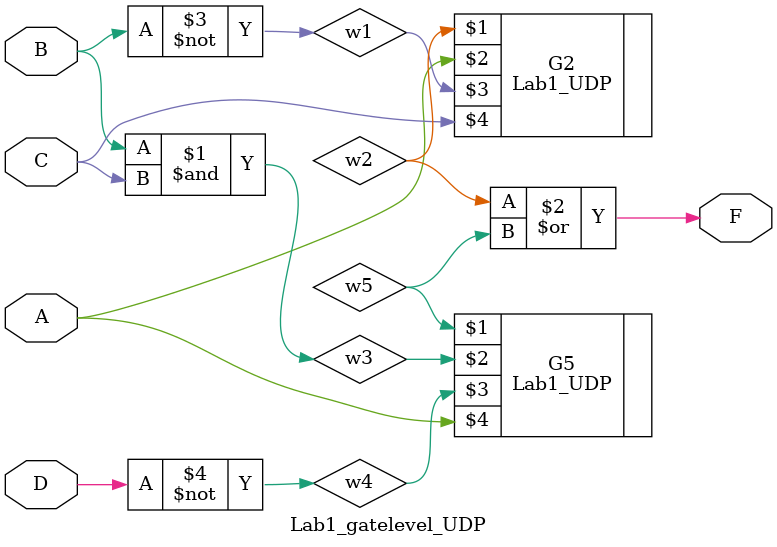
<source format=v>
module	Lab1_gatelevel_UDP(F, A, B, C, D);
	output	F;
	input	A, B, C, D;
	wire	w1, w2, w3, w4, w5;
	
	not G1(w1, B);
	Lab1_UDP G2(w2, A, w1, C);
	and G3(w3, B, C);
	not G4(w4, D);
	Lab1_UDP G5(w5, w3, w4, A);
	or ANS(F, w2, w5);
endmodule
</source>
